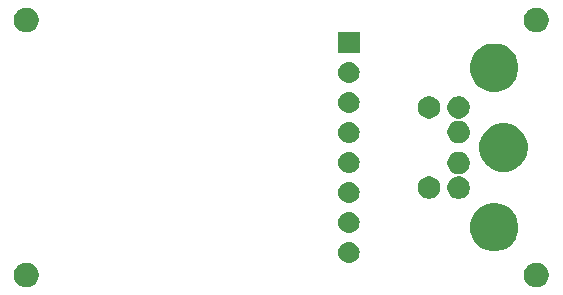
<source format=gts>
G04 #@! TF.GenerationSoftware,KiCad,Pcbnew,(5.1.2-1)-1*
G04 #@! TF.CreationDate,2019-07-29T02:23:31-04:00*
G04 #@! TF.ProjectId,mouserial-mouse,6d6f7573-6572-4696-916c-2d6d6f757365,rev?*
G04 #@! TF.SameCoordinates,Original*
G04 #@! TF.FileFunction,Soldermask,Top*
G04 #@! TF.FilePolarity,Negative*
%FSLAX46Y46*%
G04 Gerber Fmt 4.6, Leading zero omitted, Abs format (unit mm)*
G04 Created by KiCad (PCBNEW (5.1.2-1)-1) date 2019-07-29 02:23:31*
%MOMM*%
%LPD*%
G04 APERTURE LIST*
%ADD10C,0.100000*%
G04 APERTURE END LIST*
D10*
G36*
X177319248Y-103734295D02*
G01*
X177471510Y-103764582D01*
X177662742Y-103843793D01*
X177834841Y-103958786D01*
X177981214Y-104105159D01*
X178096207Y-104277258D01*
X178175418Y-104468490D01*
X178215800Y-104671506D01*
X178215800Y-104878494D01*
X178175418Y-105081510D01*
X178096207Y-105272742D01*
X177981214Y-105444841D01*
X177834841Y-105591214D01*
X177662742Y-105706207D01*
X177471510Y-105785418D01*
X177319248Y-105815705D01*
X177268495Y-105825800D01*
X177061505Y-105825800D01*
X177010752Y-105815705D01*
X176858490Y-105785418D01*
X176667258Y-105706207D01*
X176495159Y-105591214D01*
X176348786Y-105444841D01*
X176233793Y-105272742D01*
X176154582Y-105081510D01*
X176114200Y-104878494D01*
X176114200Y-104671506D01*
X176154582Y-104468490D01*
X176233793Y-104277258D01*
X176348786Y-104105159D01*
X176495159Y-103958786D01*
X176667258Y-103843793D01*
X176858490Y-103764582D01*
X177010752Y-103734295D01*
X177061505Y-103724200D01*
X177268495Y-103724200D01*
X177319248Y-103734295D01*
X177319248Y-103734295D01*
G37*
G36*
X134139248Y-103734295D02*
G01*
X134291510Y-103764582D01*
X134482742Y-103843793D01*
X134654841Y-103958786D01*
X134801214Y-104105159D01*
X134916207Y-104277258D01*
X134995418Y-104468490D01*
X135035800Y-104671506D01*
X135035800Y-104878494D01*
X134995418Y-105081510D01*
X134916207Y-105272742D01*
X134801214Y-105444841D01*
X134654841Y-105591214D01*
X134482742Y-105706207D01*
X134291510Y-105785418D01*
X134139248Y-105815705D01*
X134088495Y-105825800D01*
X133881505Y-105825800D01*
X133830752Y-105815705D01*
X133678490Y-105785418D01*
X133487258Y-105706207D01*
X133315159Y-105591214D01*
X133168786Y-105444841D01*
X133053793Y-105272742D01*
X132974582Y-105081510D01*
X132934200Y-104878494D01*
X132934200Y-104671506D01*
X132974582Y-104468490D01*
X133053793Y-104277258D01*
X133168786Y-104105159D01*
X133315159Y-103958786D01*
X133487258Y-103843793D01*
X133678490Y-103764582D01*
X133830752Y-103734295D01*
X133881505Y-103724200D01*
X134088495Y-103724200D01*
X134139248Y-103734295D01*
X134139248Y-103734295D01*
G37*
G36*
X161466588Y-101982234D02*
G01*
X161636389Y-102033743D01*
X161636391Y-102033744D01*
X161792881Y-102117390D01*
X161930044Y-102229956D01*
X162042610Y-102367119D01*
X162042611Y-102367121D01*
X162126257Y-102523611D01*
X162177766Y-102693412D01*
X162195158Y-102870000D01*
X162177766Y-103046588D01*
X162126257Y-103216389D01*
X162126256Y-103216391D01*
X162042610Y-103372881D01*
X161930044Y-103510044D01*
X161792881Y-103622610D01*
X161792879Y-103622611D01*
X161636389Y-103706257D01*
X161466588Y-103757766D01*
X161334249Y-103770800D01*
X161245751Y-103770800D01*
X161113412Y-103757766D01*
X160943611Y-103706257D01*
X160787121Y-103622611D01*
X160787119Y-103622610D01*
X160649956Y-103510044D01*
X160537390Y-103372881D01*
X160453744Y-103216391D01*
X160453743Y-103216389D01*
X160402234Y-103046588D01*
X160384842Y-102870000D01*
X160402234Y-102693412D01*
X160453743Y-102523611D01*
X160537389Y-102367121D01*
X160537390Y-102367119D01*
X160649956Y-102229956D01*
X160787119Y-102117390D01*
X160943609Y-102033744D01*
X160943611Y-102033743D01*
X161113412Y-101982234D01*
X161245751Y-101969200D01*
X161334249Y-101969200D01*
X161466588Y-101982234D01*
X161466588Y-101982234D01*
G37*
G36*
X174179196Y-98758011D02*
G01*
X174179198Y-98758012D01*
X174179199Y-98758012D01*
X174552415Y-98912603D01*
X174552418Y-98912605D01*
X174888309Y-99137040D01*
X175173960Y-99422691D01*
X175173961Y-99422693D01*
X175398397Y-99758585D01*
X175552988Y-100131801D01*
X175552989Y-100131804D01*
X175631800Y-100528014D01*
X175631800Y-100931986D01*
X175585201Y-101166257D01*
X175552988Y-101328199D01*
X175398397Y-101701415D01*
X175398395Y-101701418D01*
X175173960Y-102037309D01*
X174888309Y-102322960D01*
X174822220Y-102367119D01*
X174552415Y-102547397D01*
X174179199Y-102701988D01*
X174179198Y-102701988D01*
X174179196Y-102701989D01*
X173782986Y-102780800D01*
X173379014Y-102780800D01*
X172982804Y-102701989D01*
X172982802Y-102701988D01*
X172982801Y-102701988D01*
X172609585Y-102547397D01*
X172339780Y-102367119D01*
X172273691Y-102322960D01*
X171988040Y-102037309D01*
X171763605Y-101701418D01*
X171763603Y-101701415D01*
X171609012Y-101328199D01*
X171576800Y-101166257D01*
X171530200Y-100931986D01*
X171530200Y-100528014D01*
X171609011Y-100131804D01*
X171609012Y-100131801D01*
X171763603Y-99758585D01*
X171988039Y-99422693D01*
X171988040Y-99422691D01*
X172273691Y-99137040D01*
X172609582Y-98912605D01*
X172609585Y-98912603D01*
X172982801Y-98758012D01*
X172982802Y-98758012D01*
X172982804Y-98758011D01*
X173379014Y-98679200D01*
X173782986Y-98679200D01*
X174179196Y-98758011D01*
X174179196Y-98758011D01*
G37*
G36*
X161466588Y-99442234D02*
G01*
X161636389Y-99493743D01*
X161636391Y-99493744D01*
X161792881Y-99577390D01*
X161930044Y-99689956D01*
X162042610Y-99827119D01*
X162042611Y-99827121D01*
X162126257Y-99983611D01*
X162177766Y-100153412D01*
X162195158Y-100330000D01*
X162177766Y-100506588D01*
X162126257Y-100676389D01*
X162126256Y-100676391D01*
X162042610Y-100832881D01*
X161930044Y-100970044D01*
X161792881Y-101082610D01*
X161792879Y-101082611D01*
X161636389Y-101166257D01*
X161466588Y-101217766D01*
X161334249Y-101230800D01*
X161245751Y-101230800D01*
X161113412Y-101217766D01*
X160943611Y-101166257D01*
X160787121Y-101082611D01*
X160787119Y-101082610D01*
X160649956Y-100970044D01*
X160537390Y-100832881D01*
X160453744Y-100676391D01*
X160453743Y-100676389D01*
X160402234Y-100506588D01*
X160384842Y-100330000D01*
X160402234Y-100153412D01*
X160453743Y-99983611D01*
X160537389Y-99827121D01*
X160537390Y-99827119D01*
X160649956Y-99689956D01*
X160787119Y-99577390D01*
X160943609Y-99493744D01*
X160943611Y-99493743D01*
X161113412Y-99442234D01*
X161245751Y-99429200D01*
X161334249Y-99429200D01*
X161466588Y-99442234D01*
X161466588Y-99442234D01*
G37*
G36*
X161466588Y-96902234D02*
G01*
X161636389Y-96953743D01*
X161636391Y-96953744D01*
X161792881Y-97037390D01*
X161930044Y-97149956D01*
X162042610Y-97287119D01*
X162042611Y-97287121D01*
X162126257Y-97443611D01*
X162177766Y-97613412D01*
X162195158Y-97790000D01*
X162177766Y-97966588D01*
X162126257Y-98136389D01*
X162126256Y-98136391D01*
X162042610Y-98292881D01*
X161930044Y-98430044D01*
X161792881Y-98542610D01*
X161792879Y-98542611D01*
X161636389Y-98626257D01*
X161466588Y-98677766D01*
X161334249Y-98690800D01*
X161245751Y-98690800D01*
X161113412Y-98677766D01*
X160943611Y-98626257D01*
X160787121Y-98542611D01*
X160787119Y-98542610D01*
X160649956Y-98430044D01*
X160537390Y-98292881D01*
X160453744Y-98136391D01*
X160453743Y-98136389D01*
X160402234Y-97966588D01*
X160384842Y-97790000D01*
X160402234Y-97613412D01*
X160453743Y-97443611D01*
X160537389Y-97287121D01*
X160537390Y-97287119D01*
X160649956Y-97149956D01*
X160787119Y-97037390D01*
X160943609Y-96953744D01*
X160943611Y-96953743D01*
X161113412Y-96902234D01*
X161245751Y-96889200D01*
X161334249Y-96889200D01*
X161466588Y-96902234D01*
X161466588Y-96902234D01*
G37*
G36*
X170858338Y-96465738D02*
G01*
X170858340Y-96465739D01*
X170858341Y-96465739D01*
X171031370Y-96537410D01*
X171031373Y-96537412D01*
X171187100Y-96641465D01*
X171319535Y-96773900D01*
X171319536Y-96773902D01*
X171423590Y-96929630D01*
X171495261Y-97102659D01*
X171531800Y-97286355D01*
X171531800Y-97473645D01*
X171495261Y-97657341D01*
X171423590Y-97830370D01*
X171423588Y-97830373D01*
X171319535Y-97986100D01*
X171187100Y-98118535D01*
X171160379Y-98136389D01*
X171031370Y-98222590D01*
X170858341Y-98294261D01*
X170858340Y-98294261D01*
X170858338Y-98294262D01*
X170674646Y-98330800D01*
X170487354Y-98330800D01*
X170303662Y-98294262D01*
X170303660Y-98294261D01*
X170303659Y-98294261D01*
X170130630Y-98222590D01*
X170001621Y-98136389D01*
X169974900Y-98118535D01*
X169842465Y-97986100D01*
X169738412Y-97830373D01*
X169738410Y-97830370D01*
X169666739Y-97657341D01*
X169630200Y-97473645D01*
X169630200Y-97286355D01*
X169666739Y-97102659D01*
X169738410Y-96929630D01*
X169842464Y-96773902D01*
X169842465Y-96773900D01*
X169974900Y-96641465D01*
X170130627Y-96537412D01*
X170130630Y-96537410D01*
X170303659Y-96465739D01*
X170303660Y-96465739D01*
X170303662Y-96465738D01*
X170487354Y-96429200D01*
X170674646Y-96429200D01*
X170858338Y-96465738D01*
X170858338Y-96465738D01*
G37*
G36*
X168358338Y-96465738D02*
G01*
X168358340Y-96465739D01*
X168358341Y-96465739D01*
X168531370Y-96537410D01*
X168531373Y-96537412D01*
X168687100Y-96641465D01*
X168819535Y-96773900D01*
X168819536Y-96773902D01*
X168923590Y-96929630D01*
X168995261Y-97102659D01*
X169031800Y-97286355D01*
X169031800Y-97473645D01*
X168995261Y-97657341D01*
X168923590Y-97830370D01*
X168923588Y-97830373D01*
X168819535Y-97986100D01*
X168687100Y-98118535D01*
X168660379Y-98136389D01*
X168531370Y-98222590D01*
X168358341Y-98294261D01*
X168358340Y-98294261D01*
X168358338Y-98294262D01*
X168174646Y-98330800D01*
X167987354Y-98330800D01*
X167803662Y-98294262D01*
X167803660Y-98294261D01*
X167803659Y-98294261D01*
X167630630Y-98222590D01*
X167501621Y-98136389D01*
X167474900Y-98118535D01*
X167342465Y-97986100D01*
X167238412Y-97830373D01*
X167238410Y-97830370D01*
X167166739Y-97657341D01*
X167130200Y-97473645D01*
X167130200Y-97286355D01*
X167166739Y-97102659D01*
X167238410Y-96929630D01*
X167342464Y-96773902D01*
X167342465Y-96773900D01*
X167474900Y-96641465D01*
X167630627Y-96537412D01*
X167630630Y-96537410D01*
X167803659Y-96465739D01*
X167803660Y-96465739D01*
X167803662Y-96465738D01*
X167987354Y-96429200D01*
X168174646Y-96429200D01*
X168358338Y-96465738D01*
X168358338Y-96465738D01*
G37*
G36*
X170858338Y-94365738D02*
G01*
X170858340Y-94365739D01*
X170858341Y-94365739D01*
X171031370Y-94437410D01*
X171031373Y-94437412D01*
X171187100Y-94541465D01*
X171319535Y-94673900D01*
X171319536Y-94673902D01*
X171423590Y-94829630D01*
X171474035Y-94951415D01*
X171495262Y-95002662D01*
X171531800Y-95186354D01*
X171531800Y-95373645D01*
X171495261Y-95557341D01*
X171423590Y-95730370D01*
X171423588Y-95730373D01*
X171319535Y-95886100D01*
X171187100Y-96018535D01*
X171168744Y-96030800D01*
X171031370Y-96122590D01*
X170858341Y-96194261D01*
X170858340Y-96194261D01*
X170858338Y-96194262D01*
X170674646Y-96230800D01*
X170487354Y-96230800D01*
X170303662Y-96194262D01*
X170303660Y-96194261D01*
X170303659Y-96194261D01*
X170130630Y-96122590D01*
X169993256Y-96030800D01*
X169974900Y-96018535D01*
X169842465Y-95886100D01*
X169738412Y-95730373D01*
X169738410Y-95730370D01*
X169666739Y-95557341D01*
X169630200Y-95373645D01*
X169630200Y-95186354D01*
X169666738Y-95002662D01*
X169687965Y-94951415D01*
X169738410Y-94829630D01*
X169842464Y-94673902D01*
X169842465Y-94673900D01*
X169974900Y-94541465D01*
X170130627Y-94437412D01*
X170130630Y-94437410D01*
X170303659Y-94365739D01*
X170303660Y-94365739D01*
X170303662Y-94365738D01*
X170487354Y-94329200D01*
X170674646Y-94329200D01*
X170858338Y-94365738D01*
X170858338Y-94365738D01*
G37*
G36*
X161466588Y-94362234D02*
G01*
X161636389Y-94413743D01*
X161636391Y-94413744D01*
X161792881Y-94497390D01*
X161930044Y-94609956D01*
X162042610Y-94747119D01*
X162042611Y-94747121D01*
X162126257Y-94903611D01*
X162177766Y-95073412D01*
X162195158Y-95250000D01*
X162177766Y-95426588D01*
X162126257Y-95596389D01*
X162126256Y-95596391D01*
X162042610Y-95752881D01*
X161930044Y-95890044D01*
X161792881Y-96002610D01*
X161763086Y-96018536D01*
X161636389Y-96086257D01*
X161466588Y-96137766D01*
X161334249Y-96150800D01*
X161245751Y-96150800D01*
X161113412Y-96137766D01*
X160943611Y-96086257D01*
X160816914Y-96018536D01*
X160787119Y-96002610D01*
X160649956Y-95890044D01*
X160537390Y-95752881D01*
X160453744Y-95596391D01*
X160453743Y-95596389D01*
X160402234Y-95426588D01*
X160384842Y-95250000D01*
X160402234Y-95073412D01*
X160453743Y-94903611D01*
X160537389Y-94747121D01*
X160537390Y-94747119D01*
X160649956Y-94609956D01*
X160787119Y-94497390D01*
X160943609Y-94413744D01*
X160943611Y-94413743D01*
X161113412Y-94362234D01*
X161245751Y-94349200D01*
X161334249Y-94349200D01*
X161466588Y-94362234D01*
X161466588Y-94362234D01*
G37*
G36*
X174979196Y-92008011D02*
G01*
X174979198Y-92008012D01*
X174979199Y-92008012D01*
X175352415Y-92162603D01*
X175352418Y-92162605D01*
X175688309Y-92387040D01*
X175973960Y-92672691D01*
X176116881Y-92886588D01*
X176198397Y-93008585D01*
X176313347Y-93286100D01*
X176352989Y-93381804D01*
X176431800Y-93778014D01*
X176431800Y-94181986D01*
X176380993Y-94437412D01*
X176352988Y-94578199D01*
X176198397Y-94951415D01*
X176198395Y-94951418D01*
X175973960Y-95287309D01*
X175688309Y-95572960D01*
X175419041Y-95752879D01*
X175352415Y-95797397D01*
X174979199Y-95951988D01*
X174979198Y-95951988D01*
X174979196Y-95951989D01*
X174582986Y-96030800D01*
X174179014Y-96030800D01*
X173782804Y-95951989D01*
X173782802Y-95951988D01*
X173782801Y-95951988D01*
X173409585Y-95797397D01*
X173342959Y-95752879D01*
X173073691Y-95572960D01*
X172788040Y-95287309D01*
X172563605Y-94951418D01*
X172563603Y-94951415D01*
X172409012Y-94578199D01*
X172381008Y-94437412D01*
X172330200Y-94181986D01*
X172330200Y-93778014D01*
X172409011Y-93381804D01*
X172448653Y-93286100D01*
X172563603Y-93008585D01*
X172645119Y-92886588D01*
X172788040Y-92672691D01*
X173073691Y-92387040D01*
X173409582Y-92162605D01*
X173409585Y-92162603D01*
X173782801Y-92008012D01*
X173782802Y-92008012D01*
X173782804Y-92008011D01*
X174179014Y-91929200D01*
X174582986Y-91929200D01*
X174979196Y-92008011D01*
X174979196Y-92008011D01*
G37*
G36*
X170858338Y-91765738D02*
G01*
X170858340Y-91765739D01*
X170858341Y-91765739D01*
X171031370Y-91837410D01*
X171031373Y-91837412D01*
X171187100Y-91941465D01*
X171319535Y-92073900D01*
X171408549Y-92207119D01*
X171423590Y-92229630D01*
X171488791Y-92387039D01*
X171495262Y-92402662D01*
X171531800Y-92586354D01*
X171531800Y-92773646D01*
X171509335Y-92886588D01*
X171495261Y-92957341D01*
X171423590Y-93130370D01*
X171423588Y-93130373D01*
X171319535Y-93286100D01*
X171187100Y-93418535D01*
X171121137Y-93462610D01*
X171031370Y-93522590D01*
X170858341Y-93594261D01*
X170858340Y-93594261D01*
X170858338Y-93594262D01*
X170674646Y-93630800D01*
X170487354Y-93630800D01*
X170303662Y-93594262D01*
X170303660Y-93594261D01*
X170303659Y-93594261D01*
X170130630Y-93522590D01*
X170040863Y-93462610D01*
X169974900Y-93418535D01*
X169842465Y-93286100D01*
X169738412Y-93130373D01*
X169738410Y-93130370D01*
X169666739Y-92957341D01*
X169652666Y-92886588D01*
X169630200Y-92773646D01*
X169630200Y-92586354D01*
X169666738Y-92402662D01*
X169673209Y-92387039D01*
X169738410Y-92229630D01*
X169753451Y-92207119D01*
X169842465Y-92073900D01*
X169974900Y-91941465D01*
X170130627Y-91837412D01*
X170130630Y-91837410D01*
X170303659Y-91765739D01*
X170303660Y-91765739D01*
X170303662Y-91765738D01*
X170487354Y-91729200D01*
X170674646Y-91729200D01*
X170858338Y-91765738D01*
X170858338Y-91765738D01*
G37*
G36*
X161466588Y-91822234D02*
G01*
X161636389Y-91873743D01*
X161636391Y-91873744D01*
X161792881Y-91957390D01*
X161930044Y-92069956D01*
X162042610Y-92207119D01*
X162042611Y-92207121D01*
X162126257Y-92363611D01*
X162177766Y-92533412D01*
X162195158Y-92710000D01*
X162177766Y-92886588D01*
X162140759Y-93008582D01*
X162126256Y-93056391D01*
X162042610Y-93212881D01*
X161930044Y-93350044D01*
X161792881Y-93462610D01*
X161680667Y-93522590D01*
X161636389Y-93546257D01*
X161466588Y-93597766D01*
X161334249Y-93610800D01*
X161245751Y-93610800D01*
X161113412Y-93597766D01*
X160943611Y-93546257D01*
X160899333Y-93522590D01*
X160787119Y-93462610D01*
X160649956Y-93350044D01*
X160537390Y-93212881D01*
X160453744Y-93056391D01*
X160439241Y-93008582D01*
X160402234Y-92886588D01*
X160384842Y-92710000D01*
X160402234Y-92533412D01*
X160453743Y-92363611D01*
X160537389Y-92207121D01*
X160537390Y-92207119D01*
X160649956Y-92069956D01*
X160787119Y-91957390D01*
X160943609Y-91873744D01*
X160943611Y-91873743D01*
X161113412Y-91822234D01*
X161245751Y-91809200D01*
X161334249Y-91809200D01*
X161466588Y-91822234D01*
X161466588Y-91822234D01*
G37*
G36*
X168358338Y-89665738D02*
G01*
X168358340Y-89665739D01*
X168358341Y-89665739D01*
X168531370Y-89737410D01*
X168531373Y-89737412D01*
X168687100Y-89841465D01*
X168819535Y-89973900D01*
X168819536Y-89973902D01*
X168923590Y-90129630D01*
X168995261Y-90302659D01*
X169031800Y-90486355D01*
X169031800Y-90673645D01*
X168995261Y-90857341D01*
X168923590Y-91030370D01*
X168923588Y-91030373D01*
X168819535Y-91186100D01*
X168687100Y-91318535D01*
X168531373Y-91422588D01*
X168531370Y-91422590D01*
X168358341Y-91494261D01*
X168358340Y-91494261D01*
X168358338Y-91494262D01*
X168174646Y-91530800D01*
X167987354Y-91530800D01*
X167803662Y-91494262D01*
X167803660Y-91494261D01*
X167803659Y-91494261D01*
X167630630Y-91422590D01*
X167630627Y-91422588D01*
X167474900Y-91318535D01*
X167342465Y-91186100D01*
X167238412Y-91030373D01*
X167238410Y-91030370D01*
X167166739Y-90857341D01*
X167130200Y-90673645D01*
X167130200Y-90486355D01*
X167166739Y-90302659D01*
X167238410Y-90129630D01*
X167342464Y-89973902D01*
X167342465Y-89973900D01*
X167474900Y-89841465D01*
X167630627Y-89737412D01*
X167630630Y-89737410D01*
X167803659Y-89665739D01*
X167803660Y-89665739D01*
X167803662Y-89665738D01*
X167987354Y-89629200D01*
X168174646Y-89629200D01*
X168358338Y-89665738D01*
X168358338Y-89665738D01*
G37*
G36*
X170858338Y-89665738D02*
G01*
X170858340Y-89665739D01*
X170858341Y-89665739D01*
X171031370Y-89737410D01*
X171031373Y-89737412D01*
X171187100Y-89841465D01*
X171319535Y-89973900D01*
X171319536Y-89973902D01*
X171423590Y-90129630D01*
X171495261Y-90302659D01*
X171531800Y-90486355D01*
X171531800Y-90673645D01*
X171495261Y-90857341D01*
X171423590Y-91030370D01*
X171423588Y-91030373D01*
X171319535Y-91186100D01*
X171187100Y-91318535D01*
X171031373Y-91422588D01*
X171031370Y-91422590D01*
X170858341Y-91494261D01*
X170858340Y-91494261D01*
X170858338Y-91494262D01*
X170674646Y-91530800D01*
X170487354Y-91530800D01*
X170303662Y-91494262D01*
X170303660Y-91494261D01*
X170303659Y-91494261D01*
X170130630Y-91422590D01*
X170130627Y-91422588D01*
X169974900Y-91318535D01*
X169842465Y-91186100D01*
X169738412Y-91030373D01*
X169738410Y-91030370D01*
X169666739Y-90857341D01*
X169630200Y-90673645D01*
X169630200Y-90486355D01*
X169666739Y-90302659D01*
X169738410Y-90129630D01*
X169842464Y-89973902D01*
X169842465Y-89973900D01*
X169974900Y-89841465D01*
X170130627Y-89737412D01*
X170130630Y-89737410D01*
X170303659Y-89665739D01*
X170303660Y-89665739D01*
X170303662Y-89665738D01*
X170487354Y-89629200D01*
X170674646Y-89629200D01*
X170858338Y-89665738D01*
X170858338Y-89665738D01*
G37*
G36*
X161466588Y-89282234D02*
G01*
X161636389Y-89333743D01*
X161636391Y-89333744D01*
X161792881Y-89417390D01*
X161930044Y-89529956D01*
X162042610Y-89667119D01*
X162126256Y-89823609D01*
X162126257Y-89823611D01*
X162177766Y-89993412D01*
X162195158Y-90170000D01*
X162177766Y-90346588D01*
X162126257Y-90516389D01*
X162126256Y-90516391D01*
X162042610Y-90672881D01*
X161930044Y-90810044D01*
X161792881Y-90922610D01*
X161792879Y-90922611D01*
X161636389Y-91006257D01*
X161466588Y-91057766D01*
X161334249Y-91070800D01*
X161245751Y-91070800D01*
X161113412Y-91057766D01*
X160943611Y-91006257D01*
X160787121Y-90922611D01*
X160787119Y-90922610D01*
X160649956Y-90810044D01*
X160537390Y-90672881D01*
X160453744Y-90516391D01*
X160453743Y-90516389D01*
X160402234Y-90346588D01*
X160384842Y-90170000D01*
X160402234Y-89993412D01*
X160453743Y-89823611D01*
X160453744Y-89823609D01*
X160537390Y-89667119D01*
X160649956Y-89529956D01*
X160787119Y-89417390D01*
X160943609Y-89333744D01*
X160943611Y-89333743D01*
X161113412Y-89282234D01*
X161245751Y-89269200D01*
X161334249Y-89269200D01*
X161466588Y-89282234D01*
X161466588Y-89282234D01*
G37*
G36*
X174179196Y-85258011D02*
G01*
X174179198Y-85258012D01*
X174179199Y-85258012D01*
X174552415Y-85412603D01*
X174552418Y-85412605D01*
X174888309Y-85637040D01*
X175173960Y-85922691D01*
X175173961Y-85922693D01*
X175398397Y-86258585D01*
X175552988Y-86631801D01*
X175552989Y-86631804D01*
X175631800Y-87028014D01*
X175631800Y-87431986D01*
X175557288Y-87806584D01*
X175552988Y-87828199D01*
X175398397Y-88201415D01*
X175398395Y-88201418D01*
X175173960Y-88537309D01*
X174888309Y-88822960D01*
X174552418Y-89047395D01*
X174552415Y-89047397D01*
X174179199Y-89201988D01*
X174179198Y-89201988D01*
X174179196Y-89201989D01*
X173782986Y-89280800D01*
X173379014Y-89280800D01*
X172982804Y-89201989D01*
X172982802Y-89201988D01*
X172982801Y-89201988D01*
X172609585Y-89047397D01*
X172609582Y-89047395D01*
X172273691Y-88822960D01*
X171988040Y-88537309D01*
X171763605Y-88201418D01*
X171763603Y-88201415D01*
X171609012Y-87828199D01*
X171604713Y-87806584D01*
X171530200Y-87431986D01*
X171530200Y-87028014D01*
X171609011Y-86631804D01*
X171609012Y-86631801D01*
X171763603Y-86258585D01*
X171988039Y-85922693D01*
X171988040Y-85922691D01*
X172273691Y-85637040D01*
X172609582Y-85412605D01*
X172609585Y-85412603D01*
X172982801Y-85258012D01*
X172982802Y-85258012D01*
X172982804Y-85258011D01*
X173379014Y-85179200D01*
X173782986Y-85179200D01*
X174179196Y-85258011D01*
X174179196Y-85258011D01*
G37*
G36*
X161466588Y-86742234D02*
G01*
X161636389Y-86793743D01*
X161636391Y-86793744D01*
X161792881Y-86877390D01*
X161930044Y-86989956D01*
X162042610Y-87127119D01*
X162042611Y-87127121D01*
X162126257Y-87283611D01*
X162177766Y-87453412D01*
X162195158Y-87630000D01*
X162177766Y-87806588D01*
X162126257Y-87976389D01*
X162126256Y-87976391D01*
X162042610Y-88132881D01*
X161930044Y-88270044D01*
X161792881Y-88382610D01*
X161792879Y-88382611D01*
X161636389Y-88466257D01*
X161466588Y-88517766D01*
X161334249Y-88530800D01*
X161245751Y-88530800D01*
X161113412Y-88517766D01*
X160943611Y-88466257D01*
X160787121Y-88382611D01*
X160787119Y-88382610D01*
X160649956Y-88270044D01*
X160537390Y-88132881D01*
X160453744Y-87976391D01*
X160453743Y-87976389D01*
X160402234Y-87806588D01*
X160384842Y-87630000D01*
X160402234Y-87453412D01*
X160453743Y-87283611D01*
X160537389Y-87127121D01*
X160537390Y-87127119D01*
X160649956Y-86989956D01*
X160787119Y-86877390D01*
X160943609Y-86793744D01*
X160943611Y-86793743D01*
X161113412Y-86742234D01*
X161245751Y-86729200D01*
X161334249Y-86729200D01*
X161466588Y-86742234D01*
X161466588Y-86742234D01*
G37*
G36*
X162190800Y-85990800D02*
G01*
X160389200Y-85990800D01*
X160389200Y-84189200D01*
X162190800Y-84189200D01*
X162190800Y-85990800D01*
X162190800Y-85990800D01*
G37*
G36*
X177319248Y-82144295D02*
G01*
X177471510Y-82174582D01*
X177662742Y-82253793D01*
X177834841Y-82368786D01*
X177981214Y-82515159D01*
X178096207Y-82687258D01*
X178175418Y-82878490D01*
X178215800Y-83081506D01*
X178215800Y-83288494D01*
X178175418Y-83491510D01*
X178096207Y-83682742D01*
X177981214Y-83854841D01*
X177834841Y-84001214D01*
X177662742Y-84116207D01*
X177471510Y-84195418D01*
X177319248Y-84225704D01*
X177268495Y-84235800D01*
X177061505Y-84235800D01*
X177010752Y-84225704D01*
X176858490Y-84195418D01*
X176667258Y-84116207D01*
X176495159Y-84001214D01*
X176348786Y-83854841D01*
X176233793Y-83682742D01*
X176154582Y-83491510D01*
X176114200Y-83288494D01*
X176114200Y-83081506D01*
X176154582Y-82878490D01*
X176233793Y-82687258D01*
X176348786Y-82515159D01*
X176495159Y-82368786D01*
X176667258Y-82253793D01*
X176858490Y-82174582D01*
X177010752Y-82144296D01*
X177061505Y-82134200D01*
X177268495Y-82134200D01*
X177319248Y-82144295D01*
X177319248Y-82144295D01*
G37*
G36*
X134139248Y-82144295D02*
G01*
X134291510Y-82174582D01*
X134482742Y-82253793D01*
X134654841Y-82368786D01*
X134801214Y-82515159D01*
X134916207Y-82687258D01*
X134995418Y-82878490D01*
X135035800Y-83081506D01*
X135035800Y-83288494D01*
X134995418Y-83491510D01*
X134916207Y-83682742D01*
X134801214Y-83854841D01*
X134654841Y-84001214D01*
X134482742Y-84116207D01*
X134291510Y-84195418D01*
X134139248Y-84225704D01*
X134088495Y-84235800D01*
X133881505Y-84235800D01*
X133830752Y-84225704D01*
X133678490Y-84195418D01*
X133487258Y-84116207D01*
X133315159Y-84001214D01*
X133168786Y-83854841D01*
X133053793Y-83682742D01*
X132974582Y-83491510D01*
X132934200Y-83288494D01*
X132934200Y-83081506D01*
X132974582Y-82878490D01*
X133053793Y-82687258D01*
X133168786Y-82515159D01*
X133315159Y-82368786D01*
X133487258Y-82253793D01*
X133678490Y-82174582D01*
X133830752Y-82144296D01*
X133881505Y-82134200D01*
X134088495Y-82134200D01*
X134139248Y-82144295D01*
X134139248Y-82144295D01*
G37*
M02*

</source>
